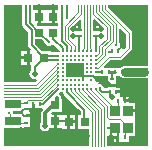
<source format=gtl>
G04*
G04 #@! TF.GenerationSoftware,Altium Limited,Altium Designer,19.0.10 (269)*
G04*
G04 Layer_Physical_Order=1*
G04 Layer_Color=255*
%FSLAX24Y24*%
%MOIN*%
G70*
G01*
G75*
%ADD10C,0.0079*%
%ADD12C,0.0049*%
%ADD13R,0.0335X0.0374*%
%ADD14R,0.0106X0.0118*%
%ADD15R,0.0551X0.0295*%
%ADD16C,0.0079*%
%ADD17R,0.0315X0.0295*%
%ADD18R,0.0118X0.0106*%
%ADD19R,0.0295X0.0315*%
%ADD27C,0.0118*%
%ADD28C,0.0090*%
%ADD29C,0.0080*%
%ADD30C,0.0300*%
%ADD31R,0.0315X0.0300*%
%ADD32R,0.0630X0.0492*%
%ADD33R,0.0079X0.0177*%
%ADD34C,0.0197*%
%ADD35C,0.0098*%
%ADD36C,0.0169*%
G36*
X-630Y2165D02*
Y2008D01*
X-737D01*
Y1781D01*
Y1555D01*
X-630D01*
Y1476D01*
X-1309D01*
X-1338Y1511D01*
X-1319Y1555D01*
X-1300D01*
Y1781D01*
Y2008D01*
X-1456D01*
Y2170D01*
X-1443Y2184D01*
X-679D01*
X-630Y2165D01*
D02*
G37*
G36*
X142Y1667D02*
Y1484D01*
X140D01*
Y1352D01*
X90D01*
Y1302D01*
X-89D01*
X-98Y1297D01*
X-105Y1298D01*
X-128Y1300D01*
X-147Y1298D01*
X-153Y1300D01*
X-193Y1331D01*
X-197Y1339D01*
Y1394D01*
X-93Y1497D01*
X-48Y1471D01*
Y1402D01*
X40D01*
Y1484D01*
X-35D01*
X-62Y1529D01*
X96Y1686D01*
X142Y1667D01*
D02*
G37*
G36*
X752Y1529D02*
X725Y1484D01*
X650D01*
Y1402D01*
X738D01*
Y1471D01*
X783Y1497D01*
X886Y1395D01*
Y1339D01*
X882Y1331D01*
X842Y1300D01*
X836Y1298D01*
X817Y1300D01*
X794Y1298D01*
X788Y1297D01*
X779Y1302D01*
X600D01*
Y1352D01*
X550D01*
Y1484D01*
X547D01*
Y1668D01*
X593Y1687D01*
X752Y1529D01*
D02*
G37*
G36*
X1638Y1198D02*
Y786D01*
X1561Y708D01*
X1514Y728D01*
Y776D01*
X1477D01*
X1471Y779D01*
X1449Y803D01*
X1437Y826D01*
X1437Y837D01*
X1436Y857D01*
X1431Y876D01*
X1423Y895D01*
X1413Y912D01*
X1413Y912D01*
Y1359D01*
X1459Y1378D01*
X1638Y1198D01*
D02*
G37*
G36*
X-1043Y876D02*
X-1040Y867D01*
X-1029Y850D01*
X-1016Y834D01*
X-1001Y821D01*
X-983Y811D01*
X-965Y803D01*
X-945Y798D01*
X-925Y797D01*
X-905Y798D01*
X-886Y803D01*
X-867Y811D01*
X-850Y821D01*
X-834Y834D01*
X-833Y836D01*
X-787Y845D01*
X-768Y842D01*
X-695Y769D01*
X-695Y769D01*
X-580Y653D01*
Y620D01*
X-599Y601D01*
X-787Y601D01*
X-787Y601D01*
X-866D01*
Y650D01*
X-1161D01*
X-1392Y880D01*
Y1024D01*
X-1191D01*
X-1043Y876D01*
D02*
G37*
G36*
X2361Y131D02*
X2234D01*
X2234Y131D01*
X1588D01*
X1562Y129D01*
X1536Y124D01*
X1511Y116D01*
X1488Y104D01*
X1466Y90D01*
X1453Y78D01*
X1407Y69D01*
X1407Y69D01*
X1144D01*
Y69D01*
X921D01*
X902Y115D01*
X1116Y329D01*
X1432D01*
X1448Y331D01*
X1464Y334D01*
X1479Y341D01*
X1493Y349D01*
X1505Y360D01*
X1815Y670D01*
X1826Y682D01*
X1834Y696D01*
X1841Y711D01*
X1845Y727D01*
X1846Y743D01*
Y1241D01*
X1845Y1258D01*
X1841Y1273D01*
X1834Y1288D01*
X1826Y1302D01*
X1815Y1315D01*
X1039Y2091D01*
Y2184D01*
X2361D01*
Y131D01*
D02*
G37*
G36*
X-1821Y2170D02*
Y1522D01*
X-1820Y1503D01*
X-1815Y1485D01*
X-1808Y1468D01*
X-1799Y1452D01*
X-1787Y1438D01*
X-1628Y1280D01*
Y831D01*
X-1627Y813D01*
X-1623Y795D01*
X-1616Y778D01*
X-1606Y762D01*
X-1594Y748D01*
X-1542Y696D01*
X-1561Y650D01*
X-1574D01*
Y463D01*
X-1528D01*
Y363D01*
X-1574D01*
Y177D01*
X-1555D01*
X-1549Y173D01*
X-1543Y169D01*
X-1540Y164D01*
X-1522Y127D01*
X-1524Y117D01*
X-1525Y99D01*
Y5D01*
X-1533Y-1D01*
X-1548Y-19D01*
X-1561Y-38D01*
X-1571Y-59D01*
X-1578Y-81D01*
X-1583Y-104D01*
X-1585Y-127D01*
X-1583Y-150D01*
X-1578Y-173D01*
X-1571Y-195D01*
X-1561Y-216D01*
X-1548Y-235D01*
X-1533Y-252D01*
X-1515Y-268D01*
X-1496Y-281D01*
X-1475Y-291D01*
X-1453Y-298D01*
X-1430Y-303D01*
X-1407Y-304D01*
X-1384Y-303D01*
X-1374Y-301D01*
X-1349Y-342D01*
X-1348Y-345D01*
X-1399Y-396D01*
X-2420D01*
X-2420Y-396D01*
Y2184D01*
X-1834D01*
X-1821Y2170D01*
D02*
G37*
G36*
X1407Y-207D02*
Y-207D01*
X1407Y-207D01*
X1453Y-216D01*
X1466Y-227D01*
X1488Y-242D01*
X1511Y-253D01*
X1536Y-262D01*
X1562Y-267D01*
X1588Y-268D01*
X2234D01*
X2234Y-268D01*
X2361D01*
Y-2519D01*
X1014D01*
Y-2187D01*
X1234D01*
Y-2196D01*
X1366D01*
Y-2246D01*
X1416D01*
Y-2384D01*
X1722D01*
Y-2187D01*
X1950D01*
Y-1666D01*
X1950Y-1655D01*
X1950D01*
Y-1616D01*
X1950D01*
Y-1400D01*
X1704D01*
Y-1300D01*
X1950D01*
Y-1084D01*
X1722D01*
Y-1075D01*
X1590D01*
Y-1025D01*
X1540D01*
Y-887D01*
X1483D01*
X1445Y-859D01*
Y-771D01*
X1313D01*
Y-671D01*
X1445D01*
Y-584D01*
X1310D01*
Y-561D01*
X1035D01*
Y-584D01*
X957D01*
Y-603D01*
X891D01*
X888Y-600D01*
X887Y-580D01*
X882Y-560D01*
X874Y-542D01*
X864Y-525D01*
X851Y-509D01*
X835Y-496D01*
X818Y-486D01*
X800Y-478D01*
X780Y-473D01*
X760Y-472D01*
X740Y-473D01*
X720Y-478D01*
X698Y-433D01*
X704Y-428D01*
X716Y-414D01*
X726Y-398D01*
X727Y-394D01*
X620D01*
Y-344D01*
X590Y-314D01*
X590Y-207D01*
X716Y-207D01*
X716Y-207D01*
X1035D01*
Y-461D01*
X1310D01*
Y-207D01*
X1407D01*
X1407Y-207D01*
D02*
G37*
G36*
X-1846Y-1469D02*
X-2096D01*
X-2131Y-1430D01*
X-2133Y-1410D01*
X-2135Y-1401D01*
X-2119Y-1371D01*
X-2101Y-1351D01*
X-1846D01*
Y-1469D01*
D02*
G37*
G36*
X-536Y-726D02*
X-519Y-733D01*
X-501Y-737D01*
X-482Y-739D01*
X-462Y-753D01*
X-461Y-757D01*
X-461Y-757D01*
X-458Y-771D01*
X-451Y-788D01*
X-441Y-804D01*
X-429Y-818D01*
X-428Y-819D01*
X-428Y-819D01*
X33Y-1281D01*
X42Y-1296D01*
X55Y-1311D01*
X71Y-1324D01*
X85Y-1333D01*
X124Y-1371D01*
Y-1494D01*
X29D01*
Y-1966D01*
X413D01*
Y-2519D01*
X-2420D01*
Y-1922D01*
X-1778D01*
Y-1881D01*
X-1571D01*
Y-1656D01*
Y-1575D01*
X-1709D01*
Y-1475D01*
X-1571D01*
Y-1268D01*
X-1503D01*
Y-1130D01*
X-1403D01*
Y-1268D01*
X-1159D01*
X-1138Y-1318D01*
X-1168Y-1347D01*
X-1182Y-1364D01*
X-1193Y-1382D01*
X-1201Y-1402D01*
X-1207Y-1424D01*
X-1208Y-1445D01*
Y-1739D01*
X-1211Y-1742D01*
X-1224Y-1762D01*
X-1234Y-1782D01*
X-1242Y-1804D01*
X-1246Y-1827D01*
X-1248Y-1850D01*
X-1246Y-1874D01*
X-1242Y-1896D01*
X-1234Y-1918D01*
X-1224Y-1939D01*
X-1211Y-1958D01*
X-1196Y-1976D01*
X-1178Y-1991D01*
X-1159Y-2004D01*
X-1138Y-2014D01*
X-1116Y-2022D01*
X-1093Y-2026D01*
X-1070Y-2028D01*
X-1047Y-2026D01*
X-1024Y-2022D01*
X-1002Y-2014D01*
X-981Y-2004D01*
X-962Y-1991D01*
X-944Y-1976D01*
X-929Y-1958D01*
X-916Y-1939D01*
X-915Y-1937D01*
X-777D01*
Y-1710D01*
Y-1484D01*
X-845D01*
X-863Y-1440D01*
X-835Y-1405D01*
X-491D01*
Y-953D01*
X-531D01*
Y-931D01*
X-533Y-909D01*
X-538Y-888D01*
X-546Y-868D01*
X-557Y-850D01*
X-572Y-833D01*
X-584Y-822D01*
X-588Y-816D01*
X-595Y-768D01*
X-592Y-760D01*
X-550Y-717D01*
X-536Y-726D01*
D02*
G37*
%LPC*%
G36*
X-837Y2008D02*
X-1200D01*
Y1781D01*
Y1555D01*
X-837D01*
Y1781D01*
Y2008D01*
D02*
G37*
G36*
X-1674Y650D02*
X-1850D01*
Y463D01*
X-1674D01*
Y650D01*
D02*
G37*
G36*
Y363D02*
X-1850D01*
Y177D01*
X-1674D01*
Y363D01*
D02*
G37*
G36*
X1722Y-887D02*
X1640D01*
Y-975D01*
X1722D01*
Y-887D01*
D02*
G37*
G36*
X1316Y-2296D02*
X1234D01*
Y-2384D01*
X1316D01*
Y-2296D01*
D02*
G37*
G36*
X-49Y-1494D02*
X-226D01*
Y-1680D01*
X-49D01*
Y-1494D01*
D02*
G37*
G36*
Y-1780D02*
X-226D01*
Y-1966D01*
X-49D01*
Y-1780D01*
D02*
G37*
G36*
X-491Y-1484D02*
X-677D01*
Y-1710D01*
Y-1937D01*
X-502D01*
Y-1966D01*
X-326D01*
Y-1730D01*
Y-1494D01*
X-491D01*
Y-1484D01*
D02*
G37*
%LPD*%
D10*
X1035Y-1921D02*
X1252Y-1921D01*
X1366Y-2226D02*
Y-2035D01*
X1252Y-1921D02*
X1366Y-2035D01*
X1084Y-2246D02*
X1133Y-2196D01*
X1133Y-2039D02*
X1133Y-2196D01*
X1133Y-2039D02*
X1252Y-1921D01*
X1590Y-1045D02*
X1783D01*
X1783Y-1045D01*
X760Y-656D02*
X825Y-721D01*
X1089D01*
Y-823D02*
Y-721D01*
Y-823D02*
X1171Y-905D01*
X700Y1520D02*
X817Y1403D01*
X1053Y610D02*
X1132D01*
X1369Y658D02*
X1526Y815D01*
X1132Y610D02*
X1151Y629D01*
X-727Y-1710D02*
X-295D01*
X-1092Y414D02*
Y414D01*
Y414D02*
X-1092Y413D01*
X-1092Y414D02*
X-1024Y482D01*
X-1093Y413D02*
X-1092Y414D01*
X-1161Y482D02*
X-1024D01*
X-1092Y413D02*
Y413D01*
X-1161Y482D02*
X-1092Y414D01*
X-1407Y99D02*
X-1093Y413D01*
X-1161Y482D02*
X-1161D01*
X-1092Y414D02*
X-1092D01*
X-1510Y831D02*
X-1161Y482D01*
X-1024D02*
X-620D01*
X-1161D02*
X-1093Y413D01*
X-1195Y516D02*
X-1161Y482D01*
X-1407Y-127D02*
Y99D01*
X-1092Y413D02*
X-1024Y344D01*
X-1093Y413D02*
X-1092Y413D01*
X-1510Y831D02*
Y1329D01*
X-1703Y1522D02*
X-1510Y1329D01*
X-1703Y1522D02*
Y2170D01*
X-1024Y344D02*
X-620D01*
X-344Y-736D02*
X242Y-1322D01*
Y-1730D02*
Y-1322D01*
X-1575Y1575D02*
X-1250Y1250D01*
X-1575Y1575D02*
Y2170D01*
X-1130Y-1130D02*
X-620Y-620D01*
X-1228Y-1130D02*
X-1130D01*
X-1868Y-1411D02*
Y-1410D01*
Y-1411D02*
X-1755Y-1525D01*
X-1709D01*
Y-1306D02*
X-1459D01*
X-1868Y-1410D02*
X-1764Y-1306D01*
X-1709D01*
X-1459D02*
X-1453Y-1313D01*
Y-1130D01*
X518Y-208D02*
X539D01*
X-345Y-735D02*
X-344Y-736D01*
Y-620D01*
X-345Y-735D02*
Y-620D01*
X539Y-208D02*
X620Y-289D01*
Y-344D02*
Y-289D01*
Y-69D02*
X845D01*
X760Y-600D02*
X760Y-656D01*
X1132Y-511D02*
X1173D01*
X924Y-303D02*
X1132Y-511D01*
X207Y-207D02*
X517D01*
X518Y-208D01*
X811Y1128D02*
X817Y1122D01*
X600Y1128D02*
X811D01*
X600D02*
X620Y1108D01*
Y620D02*
Y1108D01*
X69Y620D02*
Y1108D01*
X89Y1128D01*
X-122D02*
X89D01*
X-128Y1122D02*
X-122Y1128D01*
X-482Y620D02*
Y723D01*
X-787Y1029D02*
X-482Y723D01*
X-787Y1029D02*
Y1250D01*
X-344Y1722D02*
Y2165D01*
Y620D02*
Y796D01*
X-512Y963D02*
X-344Y796D01*
X-512Y963D02*
Y2165D01*
X-127Y1366D02*
X76D01*
X90Y1352D01*
X614Y1366D02*
X817D01*
X600Y1352D02*
X614Y1366D01*
X-1250Y1250D02*
X-925Y925D01*
X-127Y1366D02*
Y1403D01*
X-10Y1520D01*
D12*
X1252Y-1350D02*
X1366Y-1236D01*
Y-1045D01*
X1074Y-1635D02*
X1425D01*
X1590Y-1801D01*
X1010Y-1571D02*
X1074Y-1635D01*
X482Y-678D02*
X1010Y-1206D01*
X1590Y-2226D02*
Y-1801D01*
X1252Y-1350D02*
Y-1308D01*
X620Y-676D02*
X1252Y-1308D01*
X1010Y-1571D02*
Y-1206D01*
X910Y-2520D02*
Y-1244D01*
X344Y-679D02*
X910Y-1244D01*
X812Y-2520D02*
Y-1285D01*
X207Y-680D02*
X812Y-1285D01*
X713Y-2520D02*
Y-1326D01*
X69Y-682D02*
X713Y-1326D01*
X615Y-2520D02*
Y-1367D01*
X-69Y-683D02*
X615Y-1367D01*
X516Y-2520D02*
Y-1407D01*
X-207Y-684D02*
X516Y-1407D01*
X837Y2008D02*
X1309Y1535D01*
Y837D02*
Y1535D01*
X709Y69D02*
X1073Y433D01*
X1432D01*
X1742Y743D01*
X620Y69D02*
X709D01*
X1742Y743D02*
Y1241D01*
X935Y2048D02*
X1742Y1241D01*
X837Y2008D02*
Y2185D01*
X935Y2048D02*
Y2185D01*
X-1152Y-992D02*
X-642Y-482D01*
X-1619Y-992D02*
X-1152D01*
X-1193Y-894D02*
X-644Y-344D01*
X-2420Y-894D02*
X-1193D01*
X-1234Y-795D02*
X-645Y-207D01*
X-2420Y-795D02*
X-1234D01*
X-1275Y-697D02*
X-647Y-69D01*
X-2420Y-697D02*
X-1275D01*
X-1315Y-598D02*
X-648Y69D01*
X-2420Y-598D02*
X-1315D01*
X-1356Y-500D02*
X-649Y207D01*
X-2420Y-500D02*
X-1356D01*
X344Y-679D02*
Y-620D01*
X482Y-678D02*
Y-620D01*
X620Y-676D02*
Y-620D01*
X-1709Y-1082D02*
X-1619Y-992D01*
X-2230Y-1098D02*
X-2230Y-1125D01*
X-207Y-684D02*
Y-620D01*
X-69Y-683D02*
Y-620D01*
X69D02*
X69Y-682D01*
X207Y-680D02*
Y-620D01*
X482Y620D02*
Y688D01*
X443Y727D02*
X482Y688D01*
X207Y620D02*
Y697D01*
X-642Y-482D02*
X-620D01*
X-644Y-344D02*
X-620D01*
X-645Y-207D02*
X-620D01*
X-647Y-69D02*
X-620D01*
X-648Y69D02*
X-620D01*
X-649Y207D02*
X-620D01*
X-2260Y-1430D02*
X-2234Y-1456D01*
X344Y620D02*
Y2185D01*
X-69Y620D02*
Y819D01*
X-300Y1051D02*
X-69Y819D01*
X-300Y1051D02*
Y1436D01*
X-207Y620D02*
Y818D01*
X-399Y1010D02*
X-207Y818D01*
X-399Y1010D02*
Y1477D01*
X620Y482D02*
X642D01*
X620Y344D02*
X644D01*
X207Y697D02*
X246Y736D01*
Y2185D01*
X443Y727D02*
Y2185D01*
X541Y1885D02*
Y2185D01*
X640Y1926D02*
Y2185D01*
X-300Y1436D02*
X148Y1884D01*
Y2185D01*
X49Y1925D02*
Y2185D01*
X-399Y1477D02*
X49Y1925D01*
X-2230Y-1125D02*
X-2132D01*
X-2234Y-1593D02*
Y-1456D01*
Y-1593D02*
X-2142Y-1686D01*
X-2132Y-1696D02*
X-2079Y-1749D01*
X-1709D01*
X-2132Y-1125D02*
X-2089Y-1082D01*
X-1709D01*
X645Y207D02*
X930Y492D01*
Y713D02*
X1186Y969D01*
X733Y795D02*
X989Y1051D01*
X832Y754D02*
X1088Y1010D01*
X620Y207D02*
X645D01*
X541Y1885D02*
X989Y1437D01*
Y1051D02*
Y1437D01*
X640Y1926D02*
X1088Y1478D01*
Y1010D02*
Y1478D01*
X738Y1967D02*
Y2185D01*
Y1967D02*
X1186Y1519D01*
Y969D02*
Y1519D01*
X642Y482D02*
X733Y573D01*
Y795D01*
X644Y344D02*
X832Y532D01*
Y754D01*
X930Y492D02*
Y713D01*
D13*
X1704Y-1350D02*
D03*
X1252D02*
D03*
Y-1921D02*
D03*
X1704D02*
D03*
D14*
X1590Y-2246D02*
D03*
X1366D02*
D03*
X1366Y-1025D02*
D03*
X1590D02*
D03*
X1089Y-721D02*
D03*
X1313D02*
D03*
X1275Y-69D02*
D03*
X1500D02*
D03*
X845Y-69D02*
D03*
X1070D02*
D03*
X1383Y639D02*
D03*
X1158D02*
D03*
X-1453Y-1130D02*
D03*
X-1228D02*
D03*
D15*
X-2132Y-1696D02*
D03*
Y-1125D02*
D03*
D16*
X-620Y620D02*
D03*
X620Y-344D02*
D03*
X482D02*
D03*
X620Y-620D02*
D03*
X-482Y620D02*
D03*
X-344D02*
D03*
X-207D02*
D03*
X-69D02*
D03*
X69D02*
D03*
X207D02*
D03*
X344D02*
D03*
X482D02*
D03*
X620D02*
D03*
X-620Y482D02*
D03*
X-482D02*
D03*
X-344D02*
D03*
X-207D02*
D03*
X-69D02*
D03*
X69D02*
D03*
X207D02*
D03*
X344D02*
D03*
X482D02*
D03*
X620D02*
D03*
X-620Y344D02*
D03*
X-482D02*
D03*
X-344D02*
D03*
X-207D02*
D03*
X-69D02*
D03*
X69D02*
D03*
X207D02*
D03*
X482D02*
D03*
X620D02*
D03*
X-620Y207D02*
D03*
X-482D02*
D03*
X-344D02*
D03*
X-207D02*
D03*
X-69D02*
D03*
X69D02*
D03*
X207D02*
D03*
X344D02*
D03*
X482D02*
D03*
X620D02*
D03*
X-620Y69D02*
D03*
X-482D02*
D03*
X-344D02*
D03*
X-207D02*
D03*
X-69D02*
D03*
X69D02*
D03*
X207D02*
D03*
X344D02*
D03*
X482D02*
D03*
X620D02*
D03*
X-620Y-69D02*
D03*
X-482D02*
D03*
X-344D02*
D03*
X-207D02*
D03*
X-69D02*
D03*
X69D02*
D03*
X207D02*
D03*
X344D02*
D03*
X482D02*
D03*
X620D02*
D03*
X-620Y-207D02*
D03*
X-482D02*
D03*
X-344D02*
D03*
X-207D02*
D03*
X-69D02*
D03*
X69D02*
D03*
X207D02*
D03*
X344D02*
D03*
X-620Y-344D02*
D03*
X-482D02*
D03*
X-344D02*
D03*
X-207D02*
D03*
X-69D02*
D03*
X69D02*
D03*
X207D02*
D03*
X-620Y-482D02*
D03*
X-482D02*
D03*
X-344D02*
D03*
X-207D02*
D03*
X-69D02*
D03*
X69D02*
D03*
X207D02*
D03*
X344D02*
D03*
X-620Y-620D02*
D03*
X-482D02*
D03*
X-344D02*
D03*
X-207D02*
D03*
X-69D02*
D03*
X69D02*
D03*
X207D02*
D03*
X344D02*
D03*
X482D02*
D03*
D17*
X-1250Y1250D02*
D03*
Y1781D02*
D03*
X-787Y1250D02*
D03*
Y1781D02*
D03*
X-727Y-1179D02*
D03*
Y-1710D02*
D03*
D18*
X-1709Y-1306D02*
D03*
Y-1082D02*
D03*
Y-1525D02*
D03*
Y-1749D02*
D03*
X600Y1352D02*
D03*
Y1128D02*
D03*
X90Y1352D02*
D03*
Y1128D02*
D03*
X1173Y-287D02*
D03*
Y-511D02*
D03*
D19*
X-276Y-1730D02*
D03*
X256D02*
D03*
X-1093Y413D02*
D03*
X-1624D02*
D03*
D27*
X-1070Y-1850D02*
Y-1445D01*
X-804Y-1179D01*
X-727D01*
X-669Y-1121D01*
Y-931D01*
D28*
X1072Y-69D02*
X1178D01*
X1275D01*
X1280D01*
D29*
X1173Y-74D02*
X1178Y-69D01*
X1173Y-287D02*
Y-74D01*
D30*
X1588Y-69D02*
X2234D01*
D31*
X2227Y-69D02*
D03*
D32*
X-69Y0D02*
D03*
D33*
X207Y-256D02*
D03*
D34*
X1144Y-2246D02*
D03*
X1813Y-966D02*
D03*
X1526Y-758D02*
D03*
X1171Y-905D02*
D03*
X1969Y837D02*
D03*
X1526Y815D02*
D03*
X1526Y1161D02*
D03*
X2244Y2077D02*
D03*
X1201Y2077D02*
D03*
X-1939Y413D02*
D03*
X-2303Y-287D02*
D03*
X-1199Y929D02*
D03*
X-1407Y-127D02*
D03*
X-1070Y-1850D02*
D03*
X-728Y-2047D02*
D03*
X-420Y-2421D02*
D03*
X-360Y-1130D02*
D03*
X-374Y-1374D02*
D03*
X-1490Y-1350D02*
D03*
X1821Y-389D02*
D03*
X2244Y249D02*
D03*
Y-389D02*
D03*
X1821Y249D02*
D03*
X1148Y190D02*
D03*
X924Y-303D02*
D03*
X1440Y-380D02*
D03*
X817Y1122D02*
D03*
X-128D02*
D03*
X-127Y1366D02*
D03*
X817D02*
D03*
X-1870Y-2006D02*
D03*
X-1250Y2087D02*
D03*
X-807D02*
D03*
X2244Y1299D02*
D03*
X-1921Y2047D02*
D03*
X-1810Y1290D02*
D03*
X-2303Y1368D02*
D03*
Y2047D02*
D03*
X-1190Y-2350D02*
D03*
X-2303Y-2402D02*
D03*
X2264Y-1171D02*
D03*
Y-2421D02*
D03*
X320Y-2190D02*
D03*
D35*
X1035Y-1921D02*
D03*
X1053Y610D02*
D03*
X1309Y837D02*
D03*
X-669Y-931D02*
D03*
X146Y-1220D02*
D03*
X-2000Y-1410D02*
D03*
X-620Y620D02*
D03*
X760Y-600D02*
D03*
X482Y-346D02*
D03*
X344Y-482D02*
D03*
X-482D02*
D03*
X-344D02*
D03*
X-207D02*
D03*
X-69D02*
D03*
X69D02*
D03*
X207D02*
D03*
X482Y-69D02*
D03*
Y69D02*
D03*
Y207D02*
D03*
Y344D02*
D03*
Y482D02*
D03*
X344D02*
D03*
X207D02*
D03*
X69D02*
D03*
X-69D02*
D03*
X-207D02*
D03*
X-344D02*
D03*
X-482Y207D02*
D03*
Y-69D02*
D03*
Y-207D02*
D03*
Y-344D02*
D03*
X-344Y344D02*
D03*
X-69D02*
D03*
X69D02*
D03*
X207D02*
D03*
X344Y69D02*
D03*
Y207D02*
D03*
X-344Y-344D02*
D03*
X-207D02*
D03*
X69D02*
D03*
X-482Y69D02*
D03*
X-207Y344D02*
D03*
X344Y-69D02*
D03*
X-2260Y-1430D02*
D03*
X-344Y1722D02*
D03*
X-482Y482D02*
D03*
X-69Y-344D02*
D03*
X-925Y925D02*
D03*
D36*
X67Y-72D02*
D03*
X-263Y-50D02*
D03*
M02*

</source>
